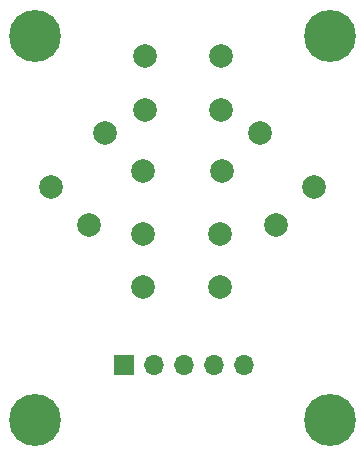
<source format=gbr>
%TF.GenerationSoftware,KiCad,Pcbnew,7.0.7*%
%TF.CreationDate,2023-09-26T19:09:10+01:00*%
%TF.ProjectId,dpad,64706164-2e6b-4696-9361-645f70636258,1*%
%TF.SameCoordinates,Original*%
%TF.FileFunction,Soldermask,Top*%
%TF.FilePolarity,Negative*%
%FSLAX46Y46*%
G04 Gerber Fmt 4.6, Leading zero omitted, Abs format (unit mm)*
G04 Created by KiCad (PCBNEW 7.0.7) date 2023-09-26 19:09:10*
%MOMM*%
%LPD*%
G01*
G04 APERTURE LIST*
%ADD10C,4.400000*%
%ADD11C,2.000000*%
%ADD12R,1.700000X1.700000*%
%ADD13O,1.700000X1.700000*%
G04 APERTURE END LIST*
D10*
%TO.C,H4*%
X95400000Y-71200000D03*
%TD*%
%TO.C,H3*%
X95400000Y-38700000D03*
%TD*%
%TO.C,H2*%
X70400000Y-71200000D03*
%TD*%
%TO.C,H1*%
X70400000Y-38700000D03*
%TD*%
D11*
%TO.C,SW2*%
X86102000Y-59932000D03*
X79602000Y-59932000D03*
X86102000Y-55432000D03*
X79602000Y-55432000D03*
%TD*%
%TO.C,SW4*%
X89458894Y-46898913D03*
X94055088Y-51495107D03*
X86276913Y-50080894D03*
X90873108Y-54677088D03*
%TD*%
%TO.C,SW3*%
X86200000Y-44910000D03*
X79700000Y-44910000D03*
X86200000Y-40410000D03*
X79700000Y-40410000D03*
%TD*%
%TO.C,SW1*%
X71798913Y-51495107D03*
X76395107Y-46898913D03*
X74980894Y-54677088D03*
X79577088Y-50080893D03*
%TD*%
D12*
%TO.C,J1*%
X77974000Y-66536000D03*
D13*
X80514000Y-66536000D03*
X83054000Y-66536000D03*
X85594000Y-66536000D03*
X88134000Y-66536000D03*
%TD*%
M02*

</source>
